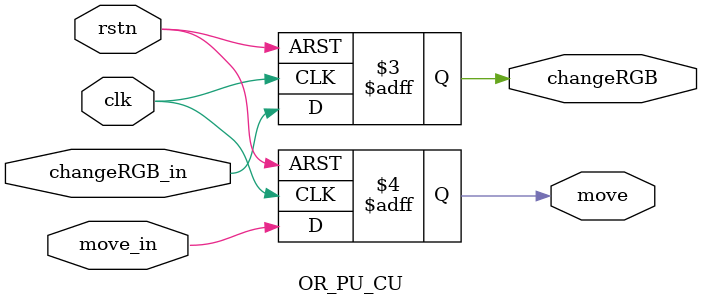
<source format=v>
`timescale 1ns / 1ps


module OR_PU_CU(
    input clk, rstn, changeRGB_in, move_in,
    output reg changeRGB, move
    );

    always @(posedge clk, negedge rstn) begin
        if(!rstn)   begin
            changeRGB <= 0;
            move <= 0;
        end
        else        begin
            changeRGB <= changeRGB_in;
            move <= move_in;
        end
    end
endmodule

</source>
